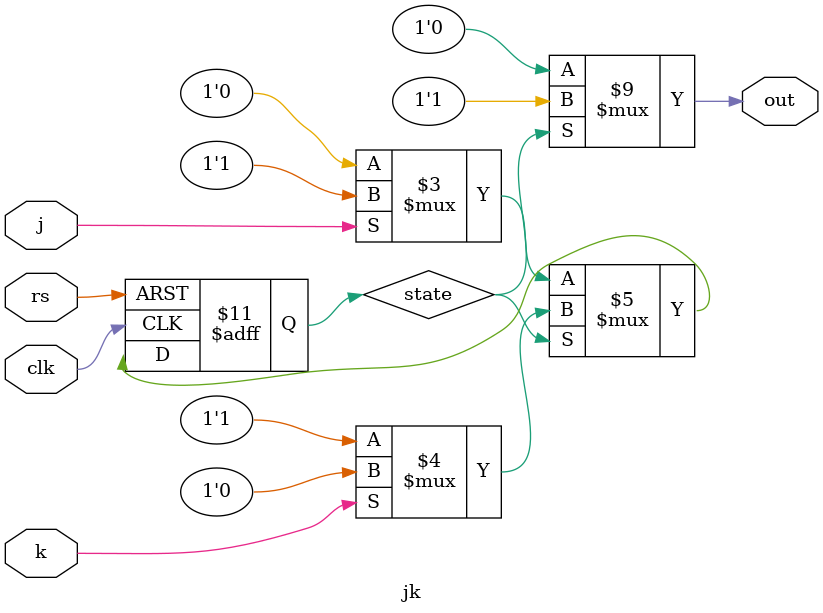
<source format=v>
module jk(input clk,rs,j,k,output reg out);
parameter off=1'b0;
parameter on=1'b1;
reg state;
always @(posedge clk or posedge rs)begin
if(rs)
state<=off;

else
state<=(state==off)?(j?on:off):(k?off:on);
end
always @(*)begin
if(state==off)
out=1'b0;
else
out=1'b1;
end
endmodule

</source>
